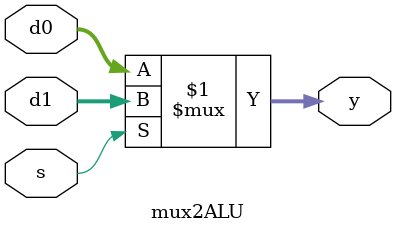
<source format=sv>
module mux2ALU(input logic [3:0] d0, d1,
                  input logic s,
                  output logic [3:0] y);
  assign y = s ? d1 : d0;
endmodule

</source>
